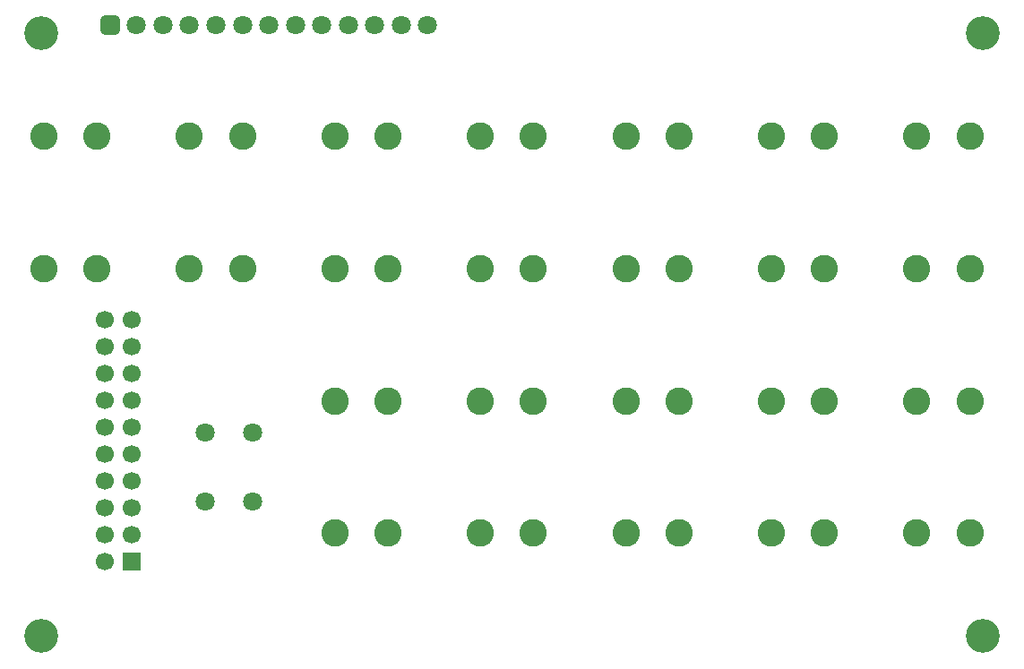
<source format=gbr>
%TF.GenerationSoftware,KiCad,Pcbnew,9.0.6*%
%TF.CreationDate,2026-01-11T11:54:49+09:00*%
%TF.ProjectId,MH01852029121Z2_MJ-HF_control,4d483031-3835-4323-9032-393132315a32,rev?*%
%TF.SameCoordinates,Original*%
%TF.FileFunction,Soldermask,Bot*%
%TF.FilePolarity,Negative*%
%FSLAX46Y46*%
G04 Gerber Fmt 4.6, Leading zero omitted, Abs format (unit mm)*
G04 Created by KiCad (PCBNEW 9.0.6) date 2026-01-11 11:54:49*
%MOMM*%
%LPD*%
G01*
G04 APERTURE LIST*
G04 Aperture macros list*
%AMRoundRect*
0 Rectangle with rounded corners*
0 $1 Rounding radius*
0 $2 $3 $4 $5 $6 $7 $8 $9 X,Y pos of 4 corners*
0 Add a 4 corners polygon primitive as box body*
4,1,4,$2,$3,$4,$5,$6,$7,$8,$9,$2,$3,0*
0 Add four circle primitives for the rounded corners*
1,1,$1+$1,$2,$3*
1,1,$1+$1,$4,$5*
1,1,$1+$1,$6,$7*
1,1,$1+$1,$8,$9*
0 Add four rect primitives between the rounded corners*
20,1,$1+$1,$2,$3,$4,$5,0*
20,1,$1+$1,$4,$5,$6,$7,0*
20,1,$1+$1,$6,$7,$8,$9,0*
20,1,$1+$1,$8,$9,$2,$3,0*%
G04 Aperture macros list end*
%ADD10C,2.600000*%
%ADD11C,3.200000*%
%ADD12RoundRect,0.354331X-0.545669X-0.545669X0.545669X-0.545669X0.545669X0.545669X-0.545669X0.545669X0*%
%ADD13C,1.800000*%
%ADD14R,1.700000X1.700000*%
%ADD15C,1.700000*%
G04 APERTURE END LIST*
D10*
%TO.C,SW11*%
X206250000Y-38750000D03*
X206250000Y-51250000D03*
X211250000Y-38750000D03*
X211250000Y-51250000D03*
%TD*%
%TO.C,SW23*%
X192500000Y-63750000D03*
X192500000Y-76250000D03*
X197500000Y-63750000D03*
X197500000Y-76250000D03*
%TD*%
D11*
%TO.C,REF\u002A\u002A*%
X164750000Y-29000000D03*
%TD*%
D10*
%TO.C,SW26*%
X233750000Y-63750000D03*
X233750000Y-76250000D03*
X238750000Y-63750000D03*
X238750000Y-76250000D03*
%TD*%
%TO.C,SW27*%
X247500000Y-63750000D03*
X247500000Y-76250000D03*
X252500000Y-63750000D03*
X252500000Y-76250000D03*
%TD*%
D12*
%TO.C,J1*%
X171250000Y-28250000D03*
D13*
X173750000Y-28250000D03*
X176250000Y-28250000D03*
X178750000Y-28250000D03*
X181250000Y-28250000D03*
X183750000Y-28250000D03*
X186250000Y-28250000D03*
X188750000Y-28250000D03*
X191250000Y-28250000D03*
X193750000Y-28250000D03*
X196250000Y-28250000D03*
X198750000Y-28250000D03*
X201250000Y-28250000D03*
%TD*%
D10*
%TO.C,SW13*%
X233750000Y-38750000D03*
X233750000Y-51250000D03*
X238750000Y-38750000D03*
X238750000Y-51250000D03*
%TD*%
%TO.C,SW9*%
X178750000Y-38750000D03*
X178750000Y-51250000D03*
X183750000Y-38750000D03*
X183750000Y-51250000D03*
%TD*%
%TO.C,SW12*%
X220000000Y-38750000D03*
X220000000Y-51250000D03*
X225000000Y-38750000D03*
X225000000Y-51250000D03*
%TD*%
%TO.C,SW8*%
X165000000Y-38750000D03*
X165000000Y-51250000D03*
X170000000Y-38750000D03*
X170000000Y-51250000D03*
%TD*%
D11*
%TO.C,REF\u002A\u002A*%
X253750000Y-86000000D03*
%TD*%
%TO.C,REF\u002A\u002A*%
X253750000Y-29000000D03*
%TD*%
D13*
%TO.C,SW22*%
X180250000Y-66750000D03*
X180250000Y-73250000D03*
X184750000Y-66750000D03*
X184750000Y-73250000D03*
%TD*%
D11*
%TO.C,REF\u002A\u002A*%
X164750000Y-86000000D03*
%TD*%
D10*
%TO.C,SW14*%
X247500000Y-38750000D03*
X247500000Y-51250000D03*
X252500000Y-38750000D03*
X252500000Y-51250000D03*
%TD*%
%TO.C,SW10*%
X192500000Y-38750000D03*
X192500000Y-51250000D03*
X197500000Y-38750000D03*
X197500000Y-51250000D03*
%TD*%
%TO.C,SW24*%
X206250000Y-63750000D03*
X206250000Y-76250000D03*
X211250000Y-63750000D03*
X211250000Y-76250000D03*
%TD*%
%TO.C,SW25*%
X220000000Y-63750000D03*
X220000000Y-76250000D03*
X225000000Y-63750000D03*
X225000000Y-76250000D03*
%TD*%
D14*
%TO.C,J3*%
X173250000Y-78950000D03*
D15*
X170710000Y-78950000D03*
X173250000Y-76410000D03*
X170710000Y-76410000D03*
X173250000Y-73870000D03*
X170710000Y-73870000D03*
X173250000Y-71330000D03*
X170710000Y-71330000D03*
X173250000Y-68790000D03*
X170710000Y-68790000D03*
X173250000Y-66250000D03*
X170710000Y-66250000D03*
X173250000Y-63710000D03*
X170710000Y-63710000D03*
X173250000Y-61170000D03*
X170710000Y-61170000D03*
X173250000Y-58630000D03*
X170710000Y-58630000D03*
X173250000Y-56090000D03*
X170710000Y-56090000D03*
%TD*%
M02*

</source>
